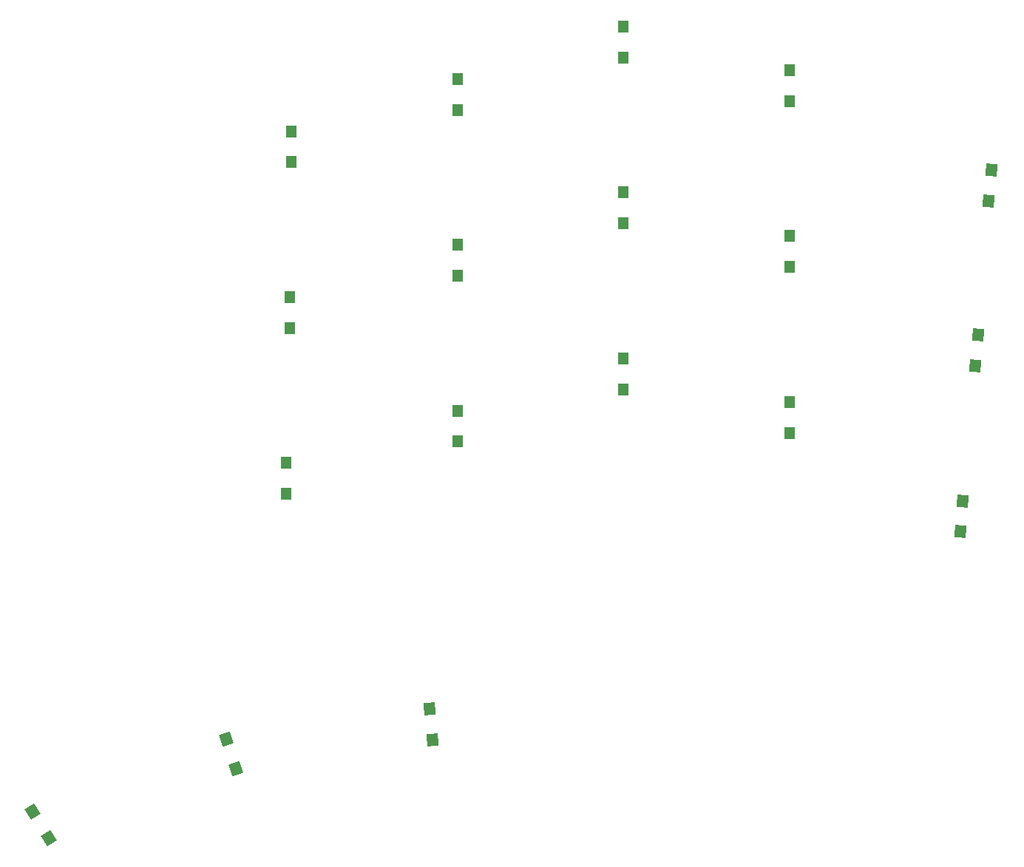
<source format=gbp>
G04 #@! TF.GenerationSoftware,KiCad,Pcbnew,7.0.7*
G04 #@! TF.CreationDate,2023-11-26T11:09:42-07:00*
G04 #@! TF.ProjectId,TypeStationX,54797065-5374-4617-9469-6f6e582e6b69,rev?*
G04 #@! TF.SameCoordinates,Original*
G04 #@! TF.FileFunction,Paste,Bot*
G04 #@! TF.FilePolarity,Positive*
%FSLAX46Y46*%
G04 Gerber Fmt 4.6, Leading zero omitted, Abs format (unit mm)*
G04 Created by KiCad (PCBNEW 7.0.7) date 2023-11-26 11:09:42*
%MOMM*%
%LPD*%
G01*
G04 APERTURE LIST*
G04 Aperture macros list*
%AMRotRect*
0 Rectangle, with rotation*
0 The origin of the aperture is its center*
0 $1 length*
0 $2 width*
0 $3 Rotation angle, in degrees counterclockwise*
0 Add horizontal line*
21,1,$1,$2,0,0,$3*%
G04 Aperture macros list end*
%ADD10R,1.300000X1.400000*%
%ADD11RotRect,1.400000X1.300000X276.000000*%
%ADD12RotRect,1.400000X1.300000X265.000000*%
%ADD13RotRect,1.400000X1.300000X289.000000*%
%ADD14RotRect,1.400000X1.300000X302.000000*%
G04 APERTURE END LIST*
D10*
X201723227Y-65474079D03*
X201723227Y-61924079D03*
X220723227Y-97474079D03*
X220723227Y-93924079D03*
X258723227Y-58470448D03*
X258723227Y-54920448D03*
X201523227Y-84474079D03*
X201523227Y-80924079D03*
X258723227Y-77470448D03*
X258723227Y-73920448D03*
X201123227Y-103474079D03*
X201123227Y-99924079D03*
D11*
X217864499Y-131650138D03*
X217493423Y-128119586D03*
D12*
X278296454Y-107797061D03*
X278605856Y-104260569D03*
X281538133Y-69892180D03*
X281847535Y-66355688D03*
D13*
X195385634Y-134915676D03*
X194229868Y-131559086D03*
D10*
X220723227Y-78470448D03*
X220723227Y-74920448D03*
D12*
X280045454Y-88808478D03*
X280354856Y-85271986D03*
D10*
X220723227Y-59474079D03*
X220723227Y-55924079D03*
X239723227Y-72474079D03*
X239723227Y-68924079D03*
D14*
X173963763Y-142883259D03*
X172082549Y-139872689D03*
D10*
X239723227Y-53474079D03*
X239723227Y-49924079D03*
X239723227Y-91474079D03*
X239723227Y-87924079D03*
X258723227Y-96474079D03*
X258723227Y-92924079D03*
M02*

</source>
